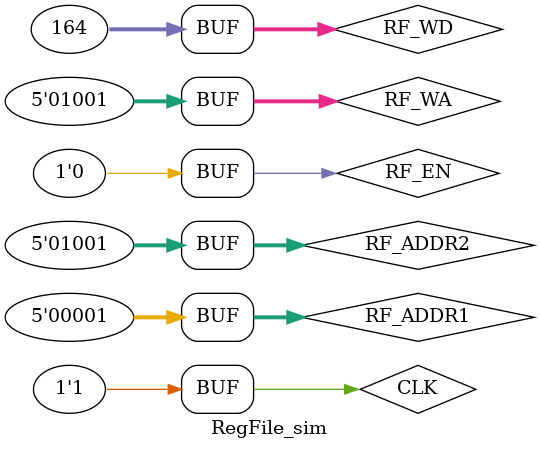
<source format=sv>
`timescale 1ns / 1ps


module RegFile_sim();

logic CLK, RF_EN;
logic [4:0] RF_ADDR1, RF_ADDR2, RF_WA;
logic [31:0] RF_WD;

logic [31:0] RF_RS1, RF_RS2 ;

RegFile regFile(
        .CLK(CLK), 
        .RF_ADDR1(RF_ADDR1),
        .RF_ADDR2(RF_ADDR2),
        .RF_EN(RF_EN),
        .RF_WA(RF_WA),
        .RF_WD(RF_WD),
        .RF_RS1(RF_RS1), .RF_RS2(RF_RS2)
        );
        
always begin
    CLK = 0; #5;
    CLK = 1; #5;
end

initial begin
    RF_EN = 0;
    RF_ADDR1 = 0; RF_ADDR2 = 1;
    RF_WA = 0;
    RF_WD = 0;
    
    #2;         // Initial offset delay
    
    // Writting to x0
    RF_WA = 0;
    RF_WD = 32'hf;
    RF_EN = 1;
    #5
    RF_EN = 0;
    #5
    
    // Writting to x1
    RF_WA = 1;
    RF_WD = 32'hc;
    RF_EN = 1;
    #5
    RF_EN = 0;
    #5
    
    // Writting to x8 and x9
    RF_WA = 8;
    RF_WD = 32'h13;
    RF_EN = 1;
    #5
    RF_EN = 0;
    #5
    RF_WA = 9;
    RF_WD = 32'ha4;
    RF_EN = 1;
    #5
    RF_EN = 0;
    #5
    
    // Test async read 
    #2
    RF_ADDR1 = 8;
    #4
    RF_ADDR2 = 9;
    #2
    RF_ADDR1 = 1;

end

endmodule

</source>
